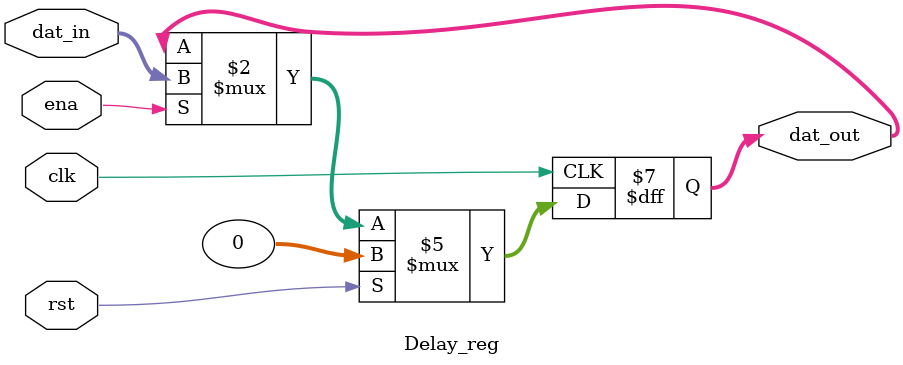
<source format=v>
`timescale 1ns / 1ps
module Delay_reg #(parameter WIDTH = 32)(
	input 	clk,rst,
	input 	ena,
	input 	  [WIDTH - 1:0] dat_in,
	output reg [WIDTH - 1:0] dat_out
    );

always @(posedge clk) begin
	if(rst) 			dat_out <= {WIDTH{1'b0}};
	else if (ena) 	dat_out <= dat_in;	
end

endmodule

</source>
